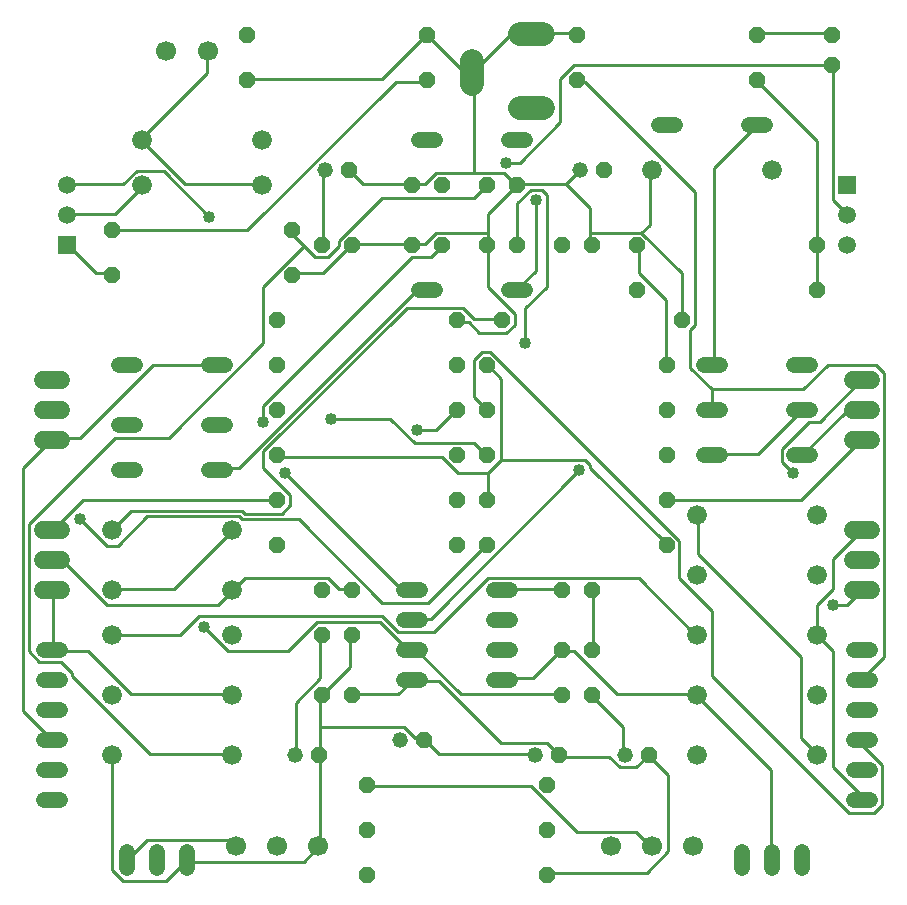
<source format=gtl>
G75*
%MOIN*%
%OFA0B0*%
%FSLAX25Y25*%
%IPPOS*%
%LPD*%
%AMOC8*
5,1,8,0,0,1.08239X$1,22.5*
%
%ADD10C,0.06693*%
%ADD11OC8,0.05200*%
%ADD12C,0.05200*%
%ADD13C,0.06600*%
%ADD14C,0.05200*%
%ADD15R,0.05937X0.05937*%
%ADD16C,0.05937*%
%ADD17C,0.07874*%
%ADD18C,0.06000*%
%ADD19C,0.01000*%
%ADD20C,0.04000*%
D10*
X0077220Y0020606D03*
X0091000Y0020606D03*
X0104780Y0020606D03*
X0202220Y0020606D03*
X0216000Y0020606D03*
X0229780Y0020606D03*
X0067890Y0285606D03*
X0054110Y0285606D03*
D11*
X0081000Y0291000D03*
X0081000Y0276000D03*
X0115000Y0246000D03*
X0136000Y0241000D03*
X0146000Y0241000D03*
X0161000Y0241000D03*
X0171000Y0241000D03*
X0171000Y0221000D03*
X0161000Y0221000D03*
X0146000Y0221000D03*
X0136000Y0221000D03*
X0116000Y0221000D03*
X0106000Y0221000D03*
X0096000Y0226000D03*
X0096000Y0211000D03*
X0091000Y0196000D03*
X0091000Y0181000D03*
X0091000Y0166000D03*
X0091000Y0151000D03*
X0091000Y0136000D03*
X0091000Y0121000D03*
X0106000Y0106000D03*
X0116000Y0106000D03*
X0116000Y0091000D03*
X0106000Y0091000D03*
X0106000Y0071000D03*
X0116000Y0071000D03*
X0105000Y0051000D03*
X0121000Y0041000D03*
X0121000Y0026000D03*
X0121000Y0011000D03*
X0140000Y0056000D03*
X0181000Y0041000D03*
X0185000Y0051000D03*
X0186000Y0071000D03*
X0196000Y0071000D03*
X0196000Y0086000D03*
X0186000Y0086000D03*
X0186000Y0106000D03*
X0196000Y0106000D03*
X0221000Y0121000D03*
X0221000Y0136000D03*
X0221000Y0151000D03*
X0221000Y0166000D03*
X0221000Y0181000D03*
X0226000Y0196000D03*
X0211000Y0206000D03*
X0211000Y0221000D03*
X0196000Y0221000D03*
X0186000Y0221000D03*
X0166000Y0196000D03*
X0151000Y0196000D03*
X0151000Y0181000D03*
X0161000Y0181000D03*
X0161000Y0166000D03*
X0151000Y0166000D03*
X0151000Y0151000D03*
X0161000Y0151000D03*
X0161000Y0136000D03*
X0151000Y0136000D03*
X0151000Y0121000D03*
X0161000Y0121000D03*
X0215000Y0051000D03*
X0181000Y0026000D03*
X0181000Y0011000D03*
X0271000Y0206000D03*
X0271000Y0221000D03*
X0251000Y0276000D03*
X0251000Y0291000D03*
X0276000Y0291000D03*
X0276000Y0281000D03*
X0200000Y0246000D03*
X0191000Y0276000D03*
X0191000Y0291000D03*
X0141000Y0291000D03*
X0141000Y0276000D03*
X0036000Y0226000D03*
X0036000Y0211000D03*
D12*
X0107000Y0246000D03*
X0192000Y0246000D03*
X0132000Y0056000D03*
X0097000Y0051000D03*
X0177000Y0051000D03*
X0207000Y0051000D03*
D13*
X0231000Y0051000D03*
X0231000Y0071000D03*
X0231000Y0091000D03*
X0231000Y0111000D03*
X0231000Y0131000D03*
X0271000Y0131000D03*
X0271000Y0111000D03*
X0271000Y0091000D03*
X0271000Y0071000D03*
X0271000Y0051000D03*
X0256000Y0246000D03*
X0216000Y0246000D03*
X0086000Y0241000D03*
X0086000Y0256000D03*
X0046000Y0256000D03*
X0046000Y0241000D03*
X0036000Y0126000D03*
X0036000Y0106000D03*
X0036000Y0091000D03*
X0036000Y0071000D03*
X0036000Y0051000D03*
X0076000Y0051000D03*
X0076000Y0071000D03*
X0076000Y0091000D03*
X0076000Y0106000D03*
X0076000Y0126000D03*
D14*
X0073600Y0146000D02*
X0068400Y0146000D01*
X0068400Y0161000D02*
X0073600Y0161000D01*
X0073600Y0181000D02*
X0068400Y0181000D01*
X0043600Y0181000D02*
X0038400Y0181000D01*
X0038400Y0161000D02*
X0043600Y0161000D01*
X0043600Y0146000D02*
X0038400Y0146000D01*
X0018600Y0086000D02*
X0013400Y0086000D01*
X0013400Y0076000D02*
X0018600Y0076000D01*
X0018600Y0066000D02*
X0013400Y0066000D01*
X0013400Y0056000D02*
X0018600Y0056000D01*
X0018600Y0046000D02*
X0013400Y0046000D01*
X0013400Y0036000D02*
X0018600Y0036000D01*
X0041000Y0018600D02*
X0041000Y0013400D01*
X0051000Y0013400D02*
X0051000Y0018600D01*
X0061000Y0018600D02*
X0061000Y0013400D01*
X0133400Y0076000D02*
X0138600Y0076000D01*
X0138600Y0086000D02*
X0133400Y0086000D01*
X0133400Y0096000D02*
X0138600Y0096000D01*
X0138600Y0106000D02*
X0133400Y0106000D01*
X0163400Y0106000D02*
X0168600Y0106000D01*
X0168600Y0096000D02*
X0163400Y0096000D01*
X0163400Y0086000D02*
X0168600Y0086000D01*
X0168600Y0076000D02*
X0163400Y0076000D01*
X0233400Y0151000D02*
X0238600Y0151000D01*
X0238600Y0166000D02*
X0233400Y0166000D01*
X0233400Y0181000D02*
X0238600Y0181000D01*
X0263400Y0181000D02*
X0268600Y0181000D01*
X0268600Y0166000D02*
X0263400Y0166000D01*
X0263400Y0151000D02*
X0268600Y0151000D01*
X0283400Y0086000D02*
X0288600Y0086000D01*
X0288600Y0076000D02*
X0283400Y0076000D01*
X0283400Y0066000D02*
X0288600Y0066000D01*
X0288600Y0056000D02*
X0283400Y0056000D01*
X0283400Y0046000D02*
X0288600Y0046000D01*
X0288600Y0036000D02*
X0283400Y0036000D01*
X0266000Y0018600D02*
X0266000Y0013400D01*
X0256000Y0013400D02*
X0256000Y0018600D01*
X0246000Y0018600D02*
X0246000Y0013400D01*
X0173600Y0206000D02*
X0168400Y0206000D01*
X0143600Y0206000D02*
X0138400Y0206000D01*
X0138400Y0256000D02*
X0143600Y0256000D01*
X0168400Y0256000D02*
X0173600Y0256000D01*
X0218400Y0261000D02*
X0223600Y0261000D01*
X0248400Y0261000D02*
X0253600Y0261000D01*
D15*
X0281000Y0241000D03*
X0021000Y0221000D03*
D16*
X0021000Y0231000D03*
X0021000Y0241000D03*
X0281000Y0231000D03*
X0281000Y0221000D03*
D17*
X0179780Y0266669D02*
X0171906Y0266669D01*
X0156157Y0274543D02*
X0156157Y0282417D01*
X0171906Y0291472D02*
X0179780Y0291472D01*
D18*
X0283000Y0176000D02*
X0289000Y0176000D01*
X0289000Y0166000D02*
X0283000Y0166000D01*
X0283000Y0156000D02*
X0289000Y0156000D01*
X0289000Y0126000D02*
X0283000Y0126000D01*
X0283000Y0116000D02*
X0289000Y0116000D01*
X0289000Y0106000D02*
X0283000Y0106000D01*
X0019000Y0106000D02*
X0013000Y0106000D01*
X0013000Y0116000D02*
X0019000Y0116000D01*
X0019000Y0126000D02*
X0013000Y0126000D01*
X0013000Y0156000D02*
X0019000Y0156000D01*
X0019000Y0166000D02*
X0013000Y0166000D01*
X0013000Y0176000D02*
X0019000Y0176000D01*
D19*
X0036100Y0012700D02*
X0039700Y0009100D01*
X0054100Y0009100D01*
X0061000Y0016000D01*
X0061300Y0015400D01*
X0100000Y0015400D01*
X0104500Y0019900D01*
X0104780Y0020606D01*
X0105400Y0020800D01*
X0105400Y0050500D01*
X0105000Y0051000D01*
X0105400Y0051400D01*
X0105400Y0060400D01*
X0133300Y0060400D01*
X0136900Y0056800D01*
X0139600Y0056800D01*
X0140000Y0056000D01*
X0140500Y0055900D01*
X0145000Y0051400D01*
X0176500Y0051400D01*
X0177000Y0051000D01*
X0181000Y0055000D02*
X0185000Y0051000D01*
X0185500Y0050500D01*
X0201700Y0050500D01*
X0205300Y0046900D01*
X0210700Y0046900D01*
X0214300Y0050500D01*
X0215000Y0051000D01*
X0215200Y0050500D01*
X0221500Y0044200D01*
X0221500Y0019000D01*
X0214300Y0011800D01*
X0181000Y0011800D01*
X0181000Y0011000D01*
X0190900Y0025300D02*
X0210700Y0025300D01*
X0215200Y0020800D01*
X0216000Y0020606D01*
X0190900Y0025300D02*
X0175600Y0040600D01*
X0121600Y0040600D01*
X0121000Y0041000D01*
X0105400Y0060400D02*
X0105400Y0070300D01*
X0106000Y0071000D01*
X0106300Y0071200D01*
X0115300Y0080200D01*
X0115300Y0091000D01*
X0116000Y0091000D01*
X0106000Y0091000D02*
X0105400Y0091000D01*
X0105400Y0076600D01*
X0097300Y0068500D01*
X0097300Y0051400D01*
X0097000Y0051000D01*
X0116000Y0071000D02*
X0116200Y0071200D01*
X0131500Y0071200D01*
X0136000Y0075700D01*
X0136000Y0076000D01*
X0136000Y0075700D02*
X0145000Y0075700D01*
X0165700Y0055000D01*
X0181000Y0055000D01*
X0186000Y0071000D02*
X0185500Y0071200D01*
X0152200Y0071200D01*
X0137800Y0085600D01*
X0136000Y0085600D01*
X0136000Y0086000D01*
X0136000Y0086500D01*
X0134200Y0086500D01*
X0125200Y0095500D01*
X0104500Y0095500D01*
X0094600Y0085600D01*
X0074800Y0085600D01*
X0066700Y0093700D01*
X0064900Y0097300D02*
X0126100Y0097300D01*
X0131500Y0091900D01*
X0143200Y0091900D01*
X0161200Y0109900D01*
X0211600Y0109900D01*
X0230500Y0091000D01*
X0231000Y0091000D01*
X0235900Y0099100D02*
X0225100Y0109900D01*
X0225100Y0122500D01*
X0162100Y0185500D01*
X0159400Y0185500D01*
X0156700Y0182800D01*
X0156700Y0170200D01*
X0160300Y0166600D01*
X0161000Y0166000D01*
X0151000Y0166000D02*
X0150400Y0165700D01*
X0144100Y0159400D01*
X0137800Y0159400D01*
X0136900Y0154900D02*
X0156700Y0154900D01*
X0160300Y0151300D01*
X0161000Y0151000D01*
X0165700Y0149500D02*
X0193600Y0149500D01*
X0195400Y0147700D01*
X0195400Y0146800D01*
X0220600Y0121600D01*
X0221000Y0121000D01*
X0231400Y0118000D02*
X0231400Y0130600D01*
X0231000Y0131000D01*
X0221000Y0136000D02*
X0265600Y0136000D01*
X0285400Y0155800D01*
X0286000Y0156000D01*
X0285400Y0165700D02*
X0280900Y0165700D01*
X0266500Y0151300D01*
X0266000Y0151000D01*
X0262900Y0145000D02*
X0259300Y0148600D01*
X0259300Y0153100D01*
X0268300Y0162100D01*
X0271900Y0162100D01*
X0285400Y0175600D01*
X0286000Y0176000D01*
X0290800Y0181000D02*
X0274600Y0181000D01*
X0266500Y0172900D01*
X0235900Y0172900D01*
X0228700Y0180100D01*
X0228700Y0192700D01*
X0230500Y0194500D01*
X0230500Y0238600D01*
X0193600Y0275500D01*
X0191800Y0275500D01*
X0191000Y0276000D01*
X0190000Y0280900D02*
X0185500Y0276400D01*
X0185500Y0262000D01*
X0172000Y0248500D01*
X0167500Y0248500D01*
X0166600Y0244900D02*
X0170200Y0241300D01*
X0171000Y0241000D01*
X0170200Y0240400D01*
X0161200Y0231400D01*
X0161200Y0225100D01*
X0144100Y0225100D01*
X0140500Y0221500D01*
X0136000Y0221500D01*
X0136000Y0221000D01*
X0136000Y0221500D02*
X0116200Y0221500D01*
X0116000Y0221000D01*
X0115300Y0220600D01*
X0106300Y0211600D01*
X0096400Y0211600D01*
X0096000Y0211000D01*
X0103600Y0217000D02*
X0100000Y0220600D01*
X0086500Y0207100D01*
X0086500Y0188200D01*
X0055000Y0156700D01*
X0037000Y0156700D01*
X0008200Y0127900D01*
X0008200Y0085600D01*
X0011800Y0082000D01*
X0019000Y0082000D01*
X0022600Y0078400D01*
X0022600Y0077500D01*
X0048700Y0051400D01*
X0075700Y0051400D01*
X0076000Y0051000D01*
X0076000Y0071000D02*
X0075700Y0071200D01*
X0042400Y0071200D01*
X0028000Y0085600D01*
X0016300Y0085600D01*
X0016000Y0086000D01*
X0016300Y0086500D01*
X0016300Y0105400D01*
X0016000Y0106000D01*
X0016300Y0115300D02*
X0016000Y0116000D01*
X0016300Y0115300D02*
X0019900Y0115300D01*
X0034300Y0100900D01*
X0071200Y0100900D01*
X0075700Y0105400D01*
X0076000Y0106000D01*
X0076600Y0106300D01*
X0080200Y0109900D01*
X0108100Y0109900D01*
X0111700Y0106300D01*
X0115300Y0106300D01*
X0116000Y0106000D01*
X0126100Y0101800D02*
X0098200Y0129700D01*
X0079300Y0129700D01*
X0078400Y0130600D01*
X0047800Y0130600D01*
X0037900Y0120700D01*
X0034300Y0120700D01*
X0025300Y0129700D01*
X0026200Y0136000D02*
X0016300Y0126100D01*
X0016000Y0126000D01*
X0026200Y0136000D02*
X0091000Y0136000D01*
X0092800Y0131500D02*
X0080200Y0131500D01*
X0079300Y0132400D01*
X0042400Y0132400D01*
X0036000Y0126000D01*
X0036100Y0106300D02*
X0036000Y0106000D01*
X0036100Y0106300D02*
X0056800Y0106300D01*
X0075700Y0125200D01*
X0076000Y0126000D01*
X0092800Y0131500D02*
X0095500Y0134200D01*
X0095500Y0137800D01*
X0086500Y0146800D01*
X0086500Y0152200D01*
X0134200Y0199900D01*
X0153100Y0199900D01*
X0156700Y0196300D01*
X0165700Y0196300D01*
X0166000Y0196000D01*
X0167500Y0191800D02*
X0158500Y0191800D01*
X0154900Y0195400D01*
X0151300Y0195400D01*
X0151000Y0196000D01*
X0161200Y0207100D02*
X0161200Y0220600D01*
X0161000Y0221000D01*
X0161200Y0221500D01*
X0161200Y0225100D01*
X0171100Y0221500D02*
X0171100Y0235000D01*
X0175600Y0239500D01*
X0179200Y0239500D01*
X0181000Y0237700D01*
X0181000Y0207100D01*
X0173800Y0199900D01*
X0173800Y0188200D01*
X0170200Y0194500D02*
X0170200Y0198100D01*
X0161200Y0207100D01*
X0171000Y0206000D02*
X0171100Y0206200D01*
X0177400Y0212500D01*
X0177400Y0235900D01*
X0171000Y0241000D02*
X0171100Y0241300D01*
X0187300Y0241300D01*
X0195400Y0233200D01*
X0195400Y0225100D01*
X0212500Y0225100D01*
X0215200Y0227800D01*
X0215200Y0245800D01*
X0216000Y0246000D01*
X0212500Y0225100D02*
X0226000Y0211600D01*
X0226000Y0196000D01*
X0220600Y0202600D02*
X0220600Y0181000D01*
X0221000Y0181000D01*
X0236000Y0181000D02*
X0236800Y0181000D01*
X0236800Y0246700D01*
X0250300Y0260200D01*
X0251000Y0261000D01*
X0251200Y0275500D02*
X0251000Y0276000D01*
X0251200Y0275500D02*
X0271000Y0255700D01*
X0271000Y0221000D01*
X0271000Y0206000D01*
X0281000Y0231000D02*
X0280900Y0231400D01*
X0276400Y0235900D01*
X0276400Y0280900D01*
X0276000Y0281000D01*
X0275500Y0280900D01*
X0190000Y0280900D01*
X0191000Y0291000D02*
X0190900Y0291700D01*
X0176500Y0291700D01*
X0175843Y0291472D01*
X0175600Y0290800D01*
X0168400Y0290800D01*
X0156700Y0279100D01*
X0156157Y0278480D01*
X0156700Y0278200D01*
X0156700Y0244900D01*
X0144100Y0244900D01*
X0140500Y0241300D01*
X0136000Y0241300D01*
X0136000Y0241000D01*
X0136000Y0241300D02*
X0119800Y0241300D01*
X0115300Y0245800D01*
X0115000Y0246000D01*
X0107000Y0246000D02*
X0106300Y0245800D01*
X0106300Y0221500D01*
X0106000Y0221000D01*
X0108100Y0217000D02*
X0103600Y0217000D01*
X0108100Y0217000D02*
X0111700Y0220600D01*
X0111700Y0222400D01*
X0126100Y0236800D01*
X0156700Y0236800D01*
X0160300Y0240400D01*
X0161000Y0241000D01*
X0156700Y0244900D02*
X0166600Y0244900D01*
X0187300Y0241300D02*
X0192000Y0246000D01*
X0195400Y0225100D02*
X0195400Y0221500D01*
X0196000Y0221000D01*
X0211000Y0221000D02*
X0211600Y0220600D01*
X0211600Y0211600D01*
X0220600Y0202600D01*
X0235900Y0172900D02*
X0235900Y0166600D01*
X0236000Y0166000D01*
X0236800Y0151300D02*
X0236000Y0151000D01*
X0236800Y0151300D02*
X0251200Y0151300D01*
X0265600Y0165700D01*
X0266000Y0166000D01*
X0285400Y0165700D02*
X0286000Y0166000D01*
X0293500Y0178300D02*
X0290800Y0181000D01*
X0293500Y0178300D02*
X0293500Y0083800D01*
X0286300Y0076600D01*
X0286000Y0076000D01*
X0276400Y0085600D02*
X0271000Y0091000D01*
X0271000Y0100900D01*
X0276400Y0106300D01*
X0276400Y0116200D01*
X0285400Y0125200D01*
X0286000Y0126000D01*
X0286000Y0106000D02*
X0280900Y0100900D01*
X0276400Y0100900D01*
X0276400Y0085600D02*
X0276400Y0046900D01*
X0285400Y0037900D01*
X0285400Y0036100D01*
X0286000Y0036000D01*
X0289900Y0031600D02*
X0281800Y0031600D01*
X0235900Y0077500D01*
X0235900Y0099100D01*
X0231400Y0118000D02*
X0265600Y0083800D01*
X0265600Y0056800D01*
X0271000Y0051400D01*
X0271000Y0051000D01*
X0286300Y0054100D02*
X0292600Y0047800D01*
X0292600Y0034300D01*
X0289900Y0031600D01*
X0286300Y0054100D02*
X0286300Y0055900D01*
X0286000Y0056000D01*
X0255700Y0046000D02*
X0231400Y0070300D01*
X0231000Y0071000D01*
X0230500Y0071200D01*
X0204400Y0071200D01*
X0190000Y0085600D01*
X0186400Y0085600D01*
X0186000Y0086000D01*
X0185500Y0085600D01*
X0176500Y0076600D01*
X0166600Y0076600D01*
X0166000Y0076000D01*
X0142300Y0096400D02*
X0191800Y0145900D01*
X0165700Y0149500D02*
X0165700Y0176500D01*
X0161200Y0181000D01*
X0161000Y0181000D01*
X0167500Y0191800D02*
X0170200Y0194500D01*
X0171000Y0221000D02*
X0171100Y0221500D01*
X0146000Y0221000D02*
X0145900Y0220600D01*
X0142300Y0217000D01*
X0136000Y0217000D01*
X0086500Y0167500D01*
X0086500Y0162100D01*
X0091000Y0151000D02*
X0091000Y0150400D01*
X0145900Y0150400D01*
X0151300Y0145000D01*
X0161200Y0145000D01*
X0165700Y0149500D01*
X0161200Y0145000D02*
X0161200Y0136000D01*
X0161000Y0136000D01*
X0161000Y0121000D02*
X0160300Y0120700D01*
X0141400Y0101800D01*
X0126100Y0101800D01*
X0132400Y0106300D02*
X0093700Y0145000D01*
X0078400Y0146800D02*
X0136900Y0205300D01*
X0140500Y0205300D01*
X0141000Y0206000D01*
X0100000Y0220600D02*
X0096400Y0224200D01*
X0096400Y0226000D01*
X0096000Y0226000D01*
X0086000Y0241000D02*
X0085600Y0241300D01*
X0060400Y0241300D01*
X0046000Y0255700D01*
X0046000Y0256000D01*
X0046000Y0256600D01*
X0067600Y0278200D01*
X0067600Y0285400D01*
X0067890Y0285606D01*
X0081100Y0276400D02*
X0081000Y0276000D01*
X0081100Y0276400D02*
X0126100Y0276400D01*
X0140500Y0290800D01*
X0141000Y0291000D01*
X0141400Y0290800D01*
X0153100Y0279100D01*
X0155800Y0279100D01*
X0156157Y0278480D01*
X0141000Y0276000D02*
X0140500Y0275500D01*
X0130600Y0275500D01*
X0081100Y0226000D01*
X0036000Y0226000D01*
X0037000Y0231400D02*
X0046000Y0240400D01*
X0046000Y0241000D01*
X0044200Y0245800D02*
X0053200Y0245800D01*
X0068500Y0230500D01*
X0044200Y0245800D02*
X0039700Y0241300D01*
X0021700Y0241300D01*
X0021000Y0241000D01*
X0021700Y0231400D02*
X0021000Y0231000D01*
X0021700Y0231400D02*
X0037000Y0231400D01*
X0021700Y0220600D02*
X0021000Y0221000D01*
X0021700Y0220600D02*
X0030700Y0211600D01*
X0035200Y0211600D01*
X0036000Y0211000D01*
X0049600Y0181000D02*
X0025300Y0156700D01*
X0016300Y0156700D01*
X0016000Y0156000D01*
X0015400Y0155800D01*
X0006400Y0146800D01*
X0006400Y0065800D01*
X0015400Y0056800D01*
X0016000Y0056000D01*
X0036000Y0051000D02*
X0036100Y0050500D01*
X0036100Y0012700D01*
X0041000Y0016000D02*
X0041500Y0016300D01*
X0047800Y0022600D01*
X0074800Y0022600D01*
X0076600Y0020800D01*
X0077220Y0020606D01*
X0058600Y0091000D02*
X0036000Y0091000D01*
X0058600Y0091000D02*
X0064900Y0097300D01*
X0071000Y0146000D02*
X0071200Y0146800D01*
X0078400Y0146800D01*
X0071000Y0181000D02*
X0049600Y0181000D01*
X0109000Y0163000D02*
X0128800Y0163000D01*
X0136900Y0154900D01*
X0136000Y0106300D02*
X0132400Y0106300D01*
X0136000Y0106300D02*
X0136000Y0106000D01*
X0136000Y0096400D02*
X0136000Y0096000D01*
X0136000Y0096400D02*
X0142300Y0096400D01*
X0166000Y0106000D02*
X0166600Y0106300D01*
X0185500Y0106300D01*
X0186000Y0106000D01*
X0196000Y0106000D02*
X0196300Y0105400D01*
X0196300Y0086500D01*
X0196000Y0086000D01*
X0196000Y0071000D02*
X0196300Y0070300D01*
X0206200Y0060400D01*
X0206200Y0051400D01*
X0207000Y0051000D01*
X0255700Y0046000D02*
X0255700Y0016300D01*
X0256000Y0016000D01*
X0251000Y0291000D02*
X0251200Y0291700D01*
X0275500Y0291700D01*
X0276000Y0291000D01*
D20*
X0177400Y0235900D03*
X0167500Y0248500D03*
X0173800Y0188200D03*
X0137800Y0159400D03*
X0109000Y0163000D03*
X0093700Y0145000D03*
X0086500Y0162100D03*
X0025300Y0129700D03*
X0066700Y0093700D03*
X0191800Y0145900D03*
X0262900Y0145000D03*
X0276400Y0100900D03*
X0068500Y0230500D03*
M02*

</source>
